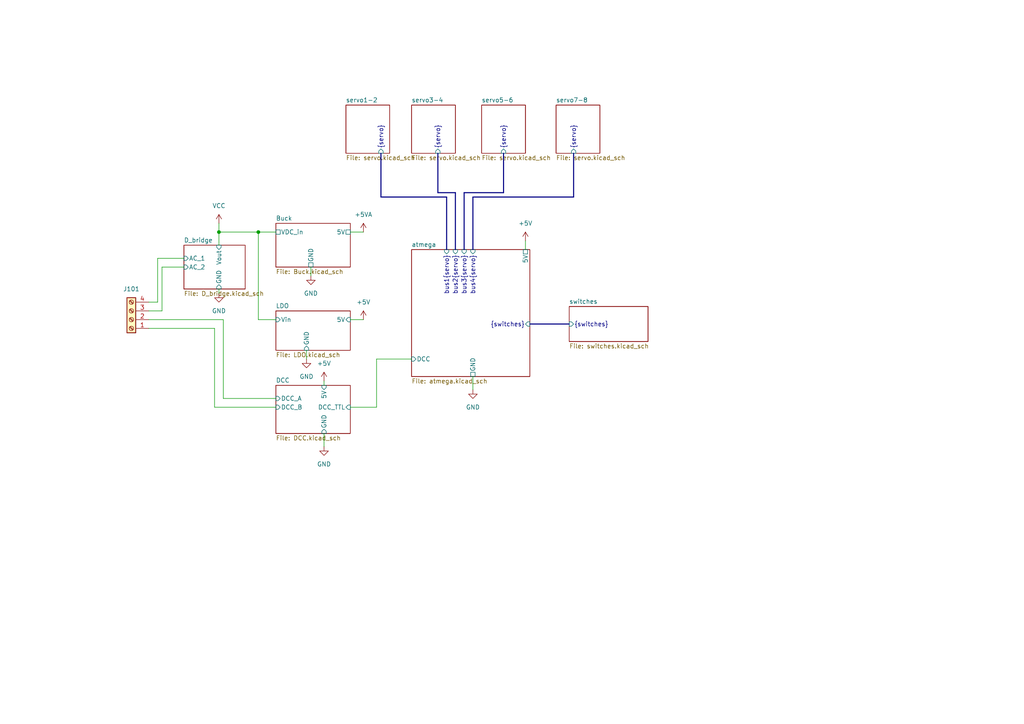
<source format=kicad_sch>
(kicad_sch (version 20230121) (generator eeschema)
  (paper "A4")
  (lib_symbols
    (symbol "Connector:Screw_Terminal_01x04" (pin_names (offset 1.016) hide)
      (property "Reference" "J" (at 0 5.08 0))
      (property "Value" "Screw_Terminal_01x04" (at 0 -7.62 0))
      (symbol "Screw_Terminal_01x04_1_1"
        (rectangle (start -1.27 3.81) (end 1.27 -6.35) (stroke (width 0.254)) (fill (type background)))
        (circle (center 0 -5.08) (radius 0.635) (stroke (width 0.1524)))
        (circle (center 0 -2.54) (radius 0.635) (stroke (width 0.1524)))
        (polyline (pts (xy -0.5334 -4.7498) (xy 0.3302 -5.588)) (stroke (width 0.1524)))
        (polyline (pts (xy -0.5334 -2.2098) (xy 0.3302 -3.048)) (stroke (width 0.1524)))
        (polyline (pts (xy -0.5334 0.3302) (xy 0.3302 -0.508)) (stroke (width 0.1524)))
        (polyline (pts (xy -0.5334 2.8702) (xy 0.3302 2.032)) (stroke (width 0.1524)))
        (polyline (pts (xy -0.3556 -4.572) (xy 0.508 -5.4102)) (stroke (width 0.1524)))
        (polyline (pts (xy -0.3556 -2.032) (xy 0.508 -2.8702)) (stroke (width 0.1524)))
        (polyline (pts (xy -0.3556 0.508) (xy 0.508 -0.3302)) (stroke (width 0.1524)))
        (polyline (pts (xy -0.3556 3.048) (xy 0.508 2.2098)) (stroke (width 0.1524)))
        (circle (center 0 0) (radius 0.635) (stroke (width 0.1524)))
        (circle (center 0 2.54) (radius 0.635) (stroke (width 0.1524)))
        (pin passive line (at -5.08 2.54 0) (length 3.81) (name "Pin_1") (number "1"))
        (pin passive line (at -5.08 0 0) (length 3.81) (name "Pin_2") (number "2"))
        (pin passive line (at -5.08 -2.54 0) (length 3.81) (name "Pin_3") (number "3"))
        (pin passive line (at -5.08 -5.08 0) (length 3.81) (name "Pin_4") (number "4"))
      )
    )
    (symbol "power:+5V" (power) (pin_names (offset 0))
      (property "Value" "+5V" (at 0 3.556 0))
      (symbol "+5V_0_1"
        (polyline (pts (xy -0.762 1.27) (xy 0 2.54)))
        (polyline (pts (xy 0 0) (xy 0 2.54)))
        (polyline (pts (xy 0 2.54) (xy 0.762 1.27)))
      )
      (symbol "+5V_1_1"
        (pin power_in line (at 0 0 90) (length 0) hide (name "+5V") (number "1"))
      )
    )
    (symbol "power:+5VA" (power) (pin_names (offset 0))
      (property "Value" "+5VA" (at 0 3.556 0))
      (symbol "+5VA_0_1"
        (polyline (pts (xy -0.762 1.27) (xy 0 2.54)))
        (polyline (pts (xy 0 0) (xy 0 2.54)))
        (polyline (pts (xy 0 2.54) (xy 0.762 1.27)))
      )
      (symbol "+5VA_1_1"
        (pin power_in line (at 0 0 90) (length 0) hide (name "+5VA") (number "1"))
      )
    )
    (symbol "power:GND" (power) (pin_names (offset 0))
      (property "Value" "GND" (at 0 -3.81 0))
      (symbol "GND_0_1"
        (polyline (pts (xy 0 0) (xy 0 -1.27) (xy 1.27 -1.27) (xy 0 -2.54) (xy -1.27 -1.27) (xy 0 -1.27)))
      )
      (symbol "GND_1_1"
        (pin power_in line (at 0 0 270) (length 0) hide (name "GND") (number "1"))
      )
    )
    (symbol "power:VCC" (power) (pin_names (offset 0))
      (property "Value" "VCC" (at 0 3.81 0))
      (symbol "VCC_0_1"
        (polyline (pts (xy -0.762 1.27) (xy 0 2.54)))
        (polyline (pts (xy 0 0) (xy 0 2.54)))
        (polyline (pts (xy 0 2.54) (xy 0.762 1.27)))
      )
      (symbol "VCC_1_1"
        (pin power_in line (at 0 0 90) (length 0) hide (name "VCC") (number "1"))
      )
    )
  )
  (bus_alias "servo" (members "pin1" "pin2"))
  (bus_alias "switches" (members "sw1" "sw2" "sw3" "sw4" "sw5"))
  (junction (at 74.93 67.31))
  (junction (at 63.5 67.31))
  (wire (pts (xy 90.17 77.47) (xy 90.17 80.01)))
  (bus (pts (xy 146.05 55.88) (xy 146.05 44.45)))
  (bus (pts (xy 110.49 57.15) (xy 110.49 44.45)))
  (wire (pts (xy 101.6 92.71) (xy 105.41 92.71)))
  (bus (pts (xy 127 44.45) (xy 127 55.88)))
  (bus (pts (xy 137.16 57.15) (xy 166.37 57.15)))
  (wire (pts (xy 109.22 104.14) (xy 119.38 104.14)))
  (wire (pts (xy 64.77 115.57) (xy 80.01 115.57)))
  (wire (pts (xy 62.23 118.11) (xy 80.01 118.11)))
  (wire (pts (xy 45.72 74.93) (xy 53.34 74.93)))
  (wire (pts (xy 63.5 83.82) (xy 63.5 85.09)))
  (wire (pts (xy 43.18 90.17) (xy 46.99 90.17)))
  (wire (pts (xy 74.93 67.31) (xy 74.93 92.71)))
  (wire (pts (xy 93.98 125.73) (xy 93.98 129.54)))
  (bus (pts (xy 153.67 93.98) (xy 165.1 93.98)))
  (wire (pts (xy 43.18 92.71) (xy 64.77 92.71)))
  (bus (pts (xy 166.37 57.15) (xy 166.37 44.45)))
  (wire (pts (xy 43.18 95.25) (xy 62.23 95.25)))
  (bus (pts (xy 137.16 72.39) (xy 137.16 57.15)))
  (wire (pts (xy 64.77 92.71) (xy 64.77 115.57)))
  (wire (pts (xy 74.93 67.31) (xy 80.01 67.31)))
  (wire (pts (xy 62.23 95.25) (xy 62.23 118.11)))
  (wire (pts (xy 74.93 92.71) (xy 80.01 92.71)))
  (bus (pts (xy 134.62 72.39) (xy 134.62 55.88)))
  (wire (pts (xy 63.5 67.31) (xy 74.93 67.31)))
  (bus (pts (xy 127 55.88) (xy 132.08 55.88)))
  (wire (pts (xy 101.6 67.31) (xy 105.41 67.31)))
  (wire (pts (xy 63.5 64.77) (xy 63.5 67.31)))
  (wire (pts (xy 63.5 71.12) (xy 63.5 67.31)))
  (wire (pts (xy 43.18 87.63) (xy 45.72 87.63)))
  (wire (pts (xy 46.99 90.17) (xy 46.99 77.47)))
  (wire (pts (xy 152.4 69.85) (xy 152.4 72.39)))
  (wire (pts (xy 109.22 118.11) (xy 109.22 104.14)))
  (wire (pts (xy 46.99 77.47) (xy 53.34 77.47)))
  (bus (pts (xy 134.62 55.88) (xy 146.05 55.88)))
  (bus (pts (xy 132.08 55.88) (xy 132.08 72.39)))
  (wire (pts (xy 93.98 110.49) (xy 93.98 111.76)))
  (wire (pts (xy 137.16 109.22) (xy 137.16 113.03)))
  (bus (pts (xy 129.54 57.15) (xy 110.49 57.15)))
  (bus (pts (xy 129.54 72.39) (xy 129.54 57.15)))
  (wire (pts (xy 101.6 118.11) (xy 109.22 118.11)))
  (wire (pts (xy 45.72 87.63) (xy 45.72 74.93)))
  (wire (pts (xy 88.9 101.6) (xy 88.9 104.14)))
  (symbol (lib_id "power:GND") (at 137.16 113.03 0) (unit 1)
    (property "Reference" "#PWR0108" (effects hide))
    (property "Value" "GND" (at 137.16 118.11 0))
  )
  (symbol (lib_id "power:+5V") (at 152.4 69.85 0) (unit 1)
    (property "Reference" "#PWR0109" (effects hide))
    (property "Value" "+5V" (at 152.4 64.77 0))
  )
  (symbol (lib_id "power:GND") (at 93.98 129.54 0) (unit 1)
    (property "Reference" "#PWR0105" (effects hide))
    (property "Value" "GND" (at 93.98 134.62 0))
  )
  (symbol (lib_id "power:+5V") (at 93.98 110.49 0) (unit 1)
    (property "Reference" "#PWR0104" (effects hide))
    (property "Value" "+5V" (at 93.98 105.41 0))
  )
  (symbol (lib_id "power:+5V") (at 105.41 92.71 0) (unit 1)
    (property "Reference" "#PWR0102" (effects hide))
    (property "Value" "+5V" (at 105.41 87.63 0))
  )
  (symbol (lib_id "power:GND") (at 88.9 104.14 0) (unit 1)
    (property "Reference" "#PWR0106" (effects hide))
    (property "Value" "GND" (at 88.9 109.22 0))
  )
  (symbol (lib_id "power:GND") (at 63.5 85.09 0) (unit 1)
    (property "Reference" "#PWR0110" (effects hide))
    (property "Value" "GND" (at 63.5 90.17 0))
  )
  (symbol (lib_id "power:+5VA") (at 105.41 67.31 0) (unit 1)
    (property "Reference" "#PWR0103" (effects hide))
    (property "Value" "+5VA" (at 105.41 62.23 0))
  )
  (symbol (lib_id "Connector:Screw_Terminal_01x04") (at 38.1 92.71 180) (unit 1)
    (property "Reference" "J101" (at 38.1 83.82 0))
    (property "Value" "Screw_Terminal_01x04" (effects hide))
    (property "Footprint" "TerminalBlock_Phoenix:TerminalBlock_Phoenix_MKDS-1,5-4-5.08_1x04_P5.08mm_Horizontal" (effects hide))
  )
  (symbol (lib_id "power:VCC") (at 63.5 64.77 0) (unit 1)
    (property "Reference" "#PWR0101" (effects hide))
    (property "Value" "VCC" (at 63.5 59.69 0))
  )
  (symbol (lib_id "power:GND") (at 90.17 80.01 0) (unit 1)
    (property "Reference" "#PWR0107" (effects hide))
    (property "Value" "GND" (at 90.17 85.09 0))
  )
  (sheet (at 100.33 30.48) (size 12.7 13.97) (stroke (width 0.1524))
    (property "Sheetname" "servo1-2" (at 100.33 29.7684 0) (effects (justify left bottom)))
    (property "Sheetfile" "servo.kicad_sch" (at 100.33 45.0346 0) (effects (justify left top)))
    (pin "{servo}" input (at 110.49 44.45 270))
  )
  (sheet (at 165.1 88.9) (size 22.86 10.16) (stroke (width 0.1524))
    (property "Sheetname" "switches" (at 165.1 88.1884 0) (effects (justify left bottom)))
    (property "Sheetfile" "switches.kicad_sch" (at 165.1 99.6446 0) (effects (justify left top)))
    (pin "{switches}" input (at 165.1 93.98 180))
  )
  (sheet (at 53.34 71.12) (size 17.78 12.7) (stroke (width 0.1524))
    (property "Sheetname" "D_bridge" (at 53.34 70.4084 0) (effects (justify left bottom)))
    (property "Sheetfile" "D_bridge.kicad_sch" (at 53.34 84.4046 0) (effects (justify left top)))
    (pin "GND" input (at 63.5 83.82 270))
    (pin "Vout" input (at 63.5 71.12 90))
    (pin "AC_1" input (at 53.34 74.93 180))
    (pin "AC_2" input (at 53.34 77.47 180))
  )
  (sheet (at 80.01 111.76) (size 21.59 13.97) (stroke (width 0.1524))
    (property "Sheetname" "DCC" (at 80.01 111.0484 0) (effects (justify left bottom)))
    (property "Sheetfile" "DCC.kicad_sch" (at 80.01 126.3146 0) (effects (justify left top)))
    (pin "5V" input (at 93.98 111.76 90))
    (pin "DCC_TTL" input (at 101.6 118.11 0))
    (pin "GND" input (at 93.98 125.73 270))
    (pin "DCC_A" input (at 80.01 115.57 180))
    (pin "DCC_B" input (at 80.01 118.11 180))
  )
  (sheet (at 119.38 30.48) (size 12.7 13.97) (stroke (width 0.1524))
    (property "Sheetname" "servo3-4" (at 119.38 29.7684 0) (effects (justify left bottom)))
    (property "Sheetfile" "servo.kicad_sch" (at 119.38 45.0346 0) (effects (justify left top)))
    (pin "{servo}" input (at 127 44.45 270))
  )
  (sheet (at 80.01 64.77) (size 21.59 12.7) (stroke (width 0.1524))
    (property "Sheetname" "Buck" (at 80.01 64.0584 0) (effects (justify left bottom)))
    (property "Sheetfile" "Buck.kicad_sch" (at 80.01 78.0546 0) (effects (justify left top)))
    (pin "VDC_in" passive (at 80.01 67.31 180))
    (pin "5V" passive (at 101.6 67.31 0))
    (pin "GND" passive (at 90.17 77.47 270))
  )
  (sheet (at 139.7 30.48) (size 12.7 13.97) (stroke (width 0.1524))
    (property "Sheetname" "servo5-6" (at 139.7 29.7684 0) (effects (justify left bottom)))
    (property "Sheetfile" "servo.kicad_sch" (at 139.7 45.0346 0) (effects (justify left top)))
    (pin "{servo}" input (at 146.05 44.45 270))
  )
  (sheet (at 80.01 90.17) (size 21.59 11.43) (stroke (width 0.1524))
    (property "Sheetname" "LDO" (at 80.01 89.4584 0) (effects (justify left bottom)))
    (property "Sheetfile" "LDO.kicad_sch" (at 80.01 102.1846 0) (effects (justify left top)))
    (pin "Vin" input (at 80.01 92.71 180))
    (pin "5V" input (at 101.6 92.71 0))
    (pin "GND" input (at 88.9 101.6 270))
  )
  (sheet (at 161.29 30.48) (size 12.7 13.97) (stroke (width 0.1524))
    (property "Sheetname" "servo7-8" (at 161.29 29.7684 0) (effects (justify left bottom)))
    (property "Sheetfile" "servo.kicad_sch" (at 161.29 45.0346 0) (effects (justify left top)))
    (pin "{servo}" input (at 166.37 44.45 270))
  )
  (sheet (at 119.38 72.39) (size 34.29 36.83) (stroke (width 0.1524))
    (property "Sheetname" "atmega" (at 119.38 71.6784 0) (effects (justify left bottom)))
    (property "Sheetfile" "atmega.kicad_sch" (at 119.38 109.8046 0) (effects (justify left top)))
    (pin "5V" passive (at 152.4 72.39 90))
    (pin "GND" passive (at 137.16 109.22 270))
    (pin "bus2{servo}" input (at 132.08 72.39 90))
    (pin "bus1{servo}" input (at 129.54 72.39 90))
    (pin "bus3{servo}" input (at 134.62 72.39 90))
    (pin "bus4{servo}" input (at 137.16 72.39 90))
    (pin "{switches}" input (at 153.67 93.98 0))
    (pin "DCC" input (at 119.38 104.14 180))
  )
)
</source>
